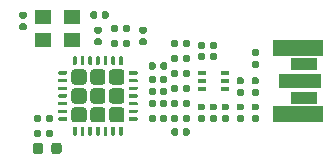
<source format=gbr>
%TF.GenerationSoftware,KiCad,Pcbnew,5.1.9+dfsg1-1~bpo10+1*%
%TF.CreationDate,Date%
%TF.ProjectId,LORA,4c4f5241-2e6b-4696-9361-645f70636258,v1.3*%
%TF.SameCoordinates,Original*%
%TF.FileFunction,Paste,Top*%
%TF.FilePolarity,Positive*%
%FSLAX46Y46*%
G04 Gerber Fmt 4.6, Leading zero omitted, Abs format (unit mm)*
G04 Created by KiCad*
%MOMM*%
%LPD*%
G01*
G04 APERTURE LIST*
%ADD10R,2.200000X1.050000*%
%ADD11R,1.050000X1.000000*%
%ADD12R,0.650000X0.400000*%
%ADD13R,3.600000X1.270000*%
%ADD14R,4.200000X1.350000*%
%ADD15R,1.400000X1.200000*%
G04 APERTURE END LIST*
%TO.C,U1*%
G36*
G01*
X8164999Y-9845000D02*
X8955001Y-9845000D01*
G75*
G02*
X9205000Y-10094999I0J-249999D01*
G01*
X9205000Y-10885001D01*
G75*
G02*
X8955001Y-11135000I-249999J0D01*
G01*
X8164999Y-11135000D01*
G75*
G02*
X7915000Y-10885001I0J249999D01*
G01*
X7915000Y-10094999D01*
G75*
G02*
X8164999Y-9845000I249999J0D01*
G01*
G37*
G36*
G01*
X9764999Y-9845000D02*
X10555001Y-9845000D01*
G75*
G02*
X10805000Y-10094999I0J-249999D01*
G01*
X10805000Y-10885001D01*
G75*
G02*
X10555001Y-11135000I-249999J0D01*
G01*
X9764999Y-11135000D01*
G75*
G02*
X9515000Y-10885001I0J249999D01*
G01*
X9515000Y-10094999D01*
G75*
G02*
X9764999Y-9845000I249999J0D01*
G01*
G37*
G36*
G01*
X11364999Y-9845000D02*
X12155001Y-9845000D01*
G75*
G02*
X12405000Y-10094999I0J-249999D01*
G01*
X12405000Y-10885001D01*
G75*
G02*
X12155001Y-11135000I-249999J0D01*
G01*
X11364999Y-11135000D01*
G75*
G02*
X11115000Y-10885001I0J249999D01*
G01*
X11115000Y-10094999D01*
G75*
G02*
X11364999Y-9845000I249999J0D01*
G01*
G37*
G36*
G01*
X8164999Y-8245000D02*
X8955001Y-8245000D01*
G75*
G02*
X9205000Y-8494999I0J-249999D01*
G01*
X9205000Y-9285001D01*
G75*
G02*
X8955001Y-9535000I-249999J0D01*
G01*
X8164999Y-9535000D01*
G75*
G02*
X7915000Y-9285001I0J249999D01*
G01*
X7915000Y-8494999D01*
G75*
G02*
X8164999Y-8245000I249999J0D01*
G01*
G37*
G36*
G01*
X9764999Y-8245000D02*
X10555001Y-8245000D01*
G75*
G02*
X10805000Y-8494999I0J-249999D01*
G01*
X10805000Y-9285001D01*
G75*
G02*
X10555001Y-9535000I-249999J0D01*
G01*
X9764999Y-9535000D01*
G75*
G02*
X9515000Y-9285001I0J249999D01*
G01*
X9515000Y-8494999D01*
G75*
G02*
X9764999Y-8245000I249999J0D01*
G01*
G37*
G36*
G01*
X11364999Y-8245000D02*
X12155001Y-8245000D01*
G75*
G02*
X12405000Y-8494999I0J-249999D01*
G01*
X12405000Y-9285001D01*
G75*
G02*
X12155001Y-9535000I-249999J0D01*
G01*
X11364999Y-9535000D01*
G75*
G02*
X11115000Y-9285001I0J249999D01*
G01*
X11115000Y-8494999D01*
G75*
G02*
X11364999Y-8245000I249999J0D01*
G01*
G37*
G36*
G01*
X8164999Y-6645000D02*
X8955001Y-6645000D01*
G75*
G02*
X9205000Y-6894999I0J-249999D01*
G01*
X9205000Y-7685001D01*
G75*
G02*
X8955001Y-7935000I-249999J0D01*
G01*
X8164999Y-7935000D01*
G75*
G02*
X7915000Y-7685001I0J249999D01*
G01*
X7915000Y-6894999D01*
G75*
G02*
X8164999Y-6645000I249999J0D01*
G01*
G37*
G36*
G01*
X9764999Y-6645000D02*
X10555001Y-6645000D01*
G75*
G02*
X10805000Y-6894999I0J-249999D01*
G01*
X10805000Y-7685001D01*
G75*
G02*
X10555001Y-7935000I-249999J0D01*
G01*
X9764999Y-7935000D01*
G75*
G02*
X9515000Y-7685001I0J249999D01*
G01*
X9515000Y-6894999D01*
G75*
G02*
X9764999Y-6645000I249999J0D01*
G01*
G37*
G36*
G01*
X11364999Y-6645000D02*
X12155001Y-6645000D01*
G75*
G02*
X12405000Y-6894999I0J-249999D01*
G01*
X12405000Y-7685001D01*
G75*
G02*
X12155001Y-7935000I-249999J0D01*
G01*
X11364999Y-7935000D01*
G75*
G02*
X11115000Y-7685001I0J249999D01*
G01*
X11115000Y-6894999D01*
G75*
G02*
X11364999Y-6645000I249999J0D01*
G01*
G37*
G36*
G01*
X12835000Y-6790000D02*
X13460000Y-6790000D01*
G75*
G02*
X13535000Y-6865000I0J-75000D01*
G01*
X13535000Y-7015000D01*
G75*
G02*
X13460000Y-7090000I-75000J0D01*
G01*
X12835000Y-7090000D01*
G75*
G02*
X12760000Y-7015000I0J75000D01*
G01*
X12760000Y-6865000D01*
G75*
G02*
X12835000Y-6790000I75000J0D01*
G01*
G37*
G36*
G01*
X12835000Y-7440000D02*
X13460000Y-7440000D01*
G75*
G02*
X13535000Y-7515000I0J-75000D01*
G01*
X13535000Y-7665000D01*
G75*
G02*
X13460000Y-7740000I-75000J0D01*
G01*
X12835000Y-7740000D01*
G75*
G02*
X12760000Y-7665000I0J75000D01*
G01*
X12760000Y-7515000D01*
G75*
G02*
X12835000Y-7440000I75000J0D01*
G01*
G37*
G36*
G01*
X12835000Y-8090000D02*
X13460000Y-8090000D01*
G75*
G02*
X13535000Y-8165000I0J-75000D01*
G01*
X13535000Y-8315000D01*
G75*
G02*
X13460000Y-8390000I-75000J0D01*
G01*
X12835000Y-8390000D01*
G75*
G02*
X12760000Y-8315000I0J75000D01*
G01*
X12760000Y-8165000D01*
G75*
G02*
X12835000Y-8090000I75000J0D01*
G01*
G37*
G36*
G01*
X12835000Y-8740000D02*
X13460000Y-8740000D01*
G75*
G02*
X13535000Y-8815000I0J-75000D01*
G01*
X13535000Y-8965000D01*
G75*
G02*
X13460000Y-9040000I-75000J0D01*
G01*
X12835000Y-9040000D01*
G75*
G02*
X12760000Y-8965000I0J75000D01*
G01*
X12760000Y-8815000D01*
G75*
G02*
X12835000Y-8740000I75000J0D01*
G01*
G37*
G36*
G01*
X12835000Y-9390000D02*
X13460000Y-9390000D01*
G75*
G02*
X13535000Y-9465000I0J-75000D01*
G01*
X13535000Y-9615000D01*
G75*
G02*
X13460000Y-9690000I-75000J0D01*
G01*
X12835000Y-9690000D01*
G75*
G02*
X12760000Y-9615000I0J75000D01*
G01*
X12760000Y-9465000D01*
G75*
G02*
X12835000Y-9390000I75000J0D01*
G01*
G37*
G36*
G01*
X12835000Y-10040000D02*
X13460000Y-10040000D01*
G75*
G02*
X13535000Y-10115000I0J-75000D01*
G01*
X13535000Y-10265000D01*
G75*
G02*
X13460000Y-10340000I-75000J0D01*
G01*
X12835000Y-10340000D01*
G75*
G02*
X12760000Y-10265000I0J75000D01*
G01*
X12760000Y-10115000D01*
G75*
G02*
X12835000Y-10040000I75000J0D01*
G01*
G37*
G36*
G01*
X12835000Y-10690000D02*
X13460000Y-10690000D01*
G75*
G02*
X13535000Y-10765000I0J-75000D01*
G01*
X13535000Y-10915000D01*
G75*
G02*
X13460000Y-10990000I-75000J0D01*
G01*
X12835000Y-10990000D01*
G75*
G02*
X12760000Y-10915000I0J75000D01*
G01*
X12760000Y-10765000D01*
G75*
G02*
X12835000Y-10690000I75000J0D01*
G01*
G37*
G36*
G01*
X12035000Y-11490000D02*
X12185000Y-11490000D01*
G75*
G02*
X12260000Y-11565000I0J-75000D01*
G01*
X12260000Y-12190000D01*
G75*
G02*
X12185000Y-12265000I-75000J0D01*
G01*
X12035000Y-12265000D01*
G75*
G02*
X11960000Y-12190000I0J75000D01*
G01*
X11960000Y-11565000D01*
G75*
G02*
X12035000Y-11490000I75000J0D01*
G01*
G37*
G36*
G01*
X11385000Y-11490000D02*
X11535000Y-11490000D01*
G75*
G02*
X11610000Y-11565000I0J-75000D01*
G01*
X11610000Y-12190000D01*
G75*
G02*
X11535000Y-12265000I-75000J0D01*
G01*
X11385000Y-12265000D01*
G75*
G02*
X11310000Y-12190000I0J75000D01*
G01*
X11310000Y-11565000D01*
G75*
G02*
X11385000Y-11490000I75000J0D01*
G01*
G37*
G36*
G01*
X10735000Y-11490000D02*
X10885000Y-11490000D01*
G75*
G02*
X10960000Y-11565000I0J-75000D01*
G01*
X10960000Y-12190000D01*
G75*
G02*
X10885000Y-12265000I-75000J0D01*
G01*
X10735000Y-12265000D01*
G75*
G02*
X10660000Y-12190000I0J75000D01*
G01*
X10660000Y-11565000D01*
G75*
G02*
X10735000Y-11490000I75000J0D01*
G01*
G37*
G36*
G01*
X10085000Y-11490000D02*
X10235000Y-11490000D01*
G75*
G02*
X10310000Y-11565000I0J-75000D01*
G01*
X10310000Y-12190000D01*
G75*
G02*
X10235000Y-12265000I-75000J0D01*
G01*
X10085000Y-12265000D01*
G75*
G02*
X10010000Y-12190000I0J75000D01*
G01*
X10010000Y-11565000D01*
G75*
G02*
X10085000Y-11490000I75000J0D01*
G01*
G37*
G36*
G01*
X9435000Y-11490000D02*
X9585000Y-11490000D01*
G75*
G02*
X9660000Y-11565000I0J-75000D01*
G01*
X9660000Y-12190000D01*
G75*
G02*
X9585000Y-12265000I-75000J0D01*
G01*
X9435000Y-12265000D01*
G75*
G02*
X9360000Y-12190000I0J75000D01*
G01*
X9360000Y-11565000D01*
G75*
G02*
X9435000Y-11490000I75000J0D01*
G01*
G37*
G36*
G01*
X8785000Y-11490000D02*
X8935000Y-11490000D01*
G75*
G02*
X9010000Y-11565000I0J-75000D01*
G01*
X9010000Y-12190000D01*
G75*
G02*
X8935000Y-12265000I-75000J0D01*
G01*
X8785000Y-12265000D01*
G75*
G02*
X8710000Y-12190000I0J75000D01*
G01*
X8710000Y-11565000D01*
G75*
G02*
X8785000Y-11490000I75000J0D01*
G01*
G37*
G36*
G01*
X8135000Y-11490000D02*
X8285000Y-11490000D01*
G75*
G02*
X8360000Y-11565000I0J-75000D01*
G01*
X8360000Y-12190000D01*
G75*
G02*
X8285000Y-12265000I-75000J0D01*
G01*
X8135000Y-12265000D01*
G75*
G02*
X8060000Y-12190000I0J75000D01*
G01*
X8060000Y-11565000D01*
G75*
G02*
X8135000Y-11490000I75000J0D01*
G01*
G37*
G36*
G01*
X6860000Y-10690000D02*
X7485000Y-10690000D01*
G75*
G02*
X7560000Y-10765000I0J-75000D01*
G01*
X7560000Y-10915000D01*
G75*
G02*
X7485000Y-10990000I-75000J0D01*
G01*
X6860000Y-10990000D01*
G75*
G02*
X6785000Y-10915000I0J75000D01*
G01*
X6785000Y-10765000D01*
G75*
G02*
X6860000Y-10690000I75000J0D01*
G01*
G37*
G36*
G01*
X6860000Y-10040000D02*
X7485000Y-10040000D01*
G75*
G02*
X7560000Y-10115000I0J-75000D01*
G01*
X7560000Y-10265000D01*
G75*
G02*
X7485000Y-10340000I-75000J0D01*
G01*
X6860000Y-10340000D01*
G75*
G02*
X6785000Y-10265000I0J75000D01*
G01*
X6785000Y-10115000D01*
G75*
G02*
X6860000Y-10040000I75000J0D01*
G01*
G37*
G36*
G01*
X6860000Y-9390000D02*
X7485000Y-9390000D01*
G75*
G02*
X7560000Y-9465000I0J-75000D01*
G01*
X7560000Y-9615000D01*
G75*
G02*
X7485000Y-9690000I-75000J0D01*
G01*
X6860000Y-9690000D01*
G75*
G02*
X6785000Y-9615000I0J75000D01*
G01*
X6785000Y-9465000D01*
G75*
G02*
X6860000Y-9390000I75000J0D01*
G01*
G37*
G36*
G01*
X6860000Y-8740000D02*
X7485000Y-8740000D01*
G75*
G02*
X7560000Y-8815000I0J-75000D01*
G01*
X7560000Y-8965000D01*
G75*
G02*
X7485000Y-9040000I-75000J0D01*
G01*
X6860000Y-9040000D01*
G75*
G02*
X6785000Y-8965000I0J75000D01*
G01*
X6785000Y-8815000D01*
G75*
G02*
X6860000Y-8740000I75000J0D01*
G01*
G37*
G36*
G01*
X6860000Y-8090000D02*
X7485000Y-8090000D01*
G75*
G02*
X7560000Y-8165000I0J-75000D01*
G01*
X7560000Y-8315000D01*
G75*
G02*
X7485000Y-8390000I-75000J0D01*
G01*
X6860000Y-8390000D01*
G75*
G02*
X6785000Y-8315000I0J75000D01*
G01*
X6785000Y-8165000D01*
G75*
G02*
X6860000Y-8090000I75000J0D01*
G01*
G37*
G36*
G01*
X6860000Y-7440000D02*
X7485000Y-7440000D01*
G75*
G02*
X7560000Y-7515000I0J-75000D01*
G01*
X7560000Y-7665000D01*
G75*
G02*
X7485000Y-7740000I-75000J0D01*
G01*
X6860000Y-7740000D01*
G75*
G02*
X6785000Y-7665000I0J75000D01*
G01*
X6785000Y-7515000D01*
G75*
G02*
X6860000Y-7440000I75000J0D01*
G01*
G37*
G36*
G01*
X6860000Y-6790000D02*
X7485000Y-6790000D01*
G75*
G02*
X7560000Y-6865000I0J-75000D01*
G01*
X7560000Y-7015000D01*
G75*
G02*
X7485000Y-7090000I-75000J0D01*
G01*
X6860000Y-7090000D01*
G75*
G02*
X6785000Y-7015000I0J75000D01*
G01*
X6785000Y-6865000D01*
G75*
G02*
X6860000Y-6790000I75000J0D01*
G01*
G37*
G36*
G01*
X8135000Y-5515000D02*
X8285000Y-5515000D01*
G75*
G02*
X8360000Y-5590000I0J-75000D01*
G01*
X8360000Y-6215000D01*
G75*
G02*
X8285000Y-6290000I-75000J0D01*
G01*
X8135000Y-6290000D01*
G75*
G02*
X8060000Y-6215000I0J75000D01*
G01*
X8060000Y-5590000D01*
G75*
G02*
X8135000Y-5515000I75000J0D01*
G01*
G37*
G36*
G01*
X8785000Y-5515000D02*
X8935000Y-5515000D01*
G75*
G02*
X9010000Y-5590000I0J-75000D01*
G01*
X9010000Y-6215000D01*
G75*
G02*
X8935000Y-6290000I-75000J0D01*
G01*
X8785000Y-6290000D01*
G75*
G02*
X8710000Y-6215000I0J75000D01*
G01*
X8710000Y-5590000D01*
G75*
G02*
X8785000Y-5515000I75000J0D01*
G01*
G37*
G36*
G01*
X9435000Y-5515000D02*
X9585000Y-5515000D01*
G75*
G02*
X9660000Y-5590000I0J-75000D01*
G01*
X9660000Y-6215000D01*
G75*
G02*
X9585000Y-6290000I-75000J0D01*
G01*
X9435000Y-6290000D01*
G75*
G02*
X9360000Y-6215000I0J75000D01*
G01*
X9360000Y-5590000D01*
G75*
G02*
X9435000Y-5515000I75000J0D01*
G01*
G37*
G36*
G01*
X10085000Y-5515000D02*
X10235000Y-5515000D01*
G75*
G02*
X10310000Y-5590000I0J-75000D01*
G01*
X10310000Y-6215000D01*
G75*
G02*
X10235000Y-6290000I-75000J0D01*
G01*
X10085000Y-6290000D01*
G75*
G02*
X10010000Y-6215000I0J75000D01*
G01*
X10010000Y-5590000D01*
G75*
G02*
X10085000Y-5515000I75000J0D01*
G01*
G37*
G36*
G01*
X10735000Y-5515000D02*
X10885000Y-5515000D01*
G75*
G02*
X10960000Y-5590000I0J-75000D01*
G01*
X10960000Y-6215000D01*
G75*
G02*
X10885000Y-6290000I-75000J0D01*
G01*
X10735000Y-6290000D01*
G75*
G02*
X10660000Y-6215000I0J75000D01*
G01*
X10660000Y-5590000D01*
G75*
G02*
X10735000Y-5515000I75000J0D01*
G01*
G37*
G36*
G01*
X11385000Y-5515000D02*
X11535000Y-5515000D01*
G75*
G02*
X11610000Y-5590000I0J-75000D01*
G01*
X11610000Y-6215000D01*
G75*
G02*
X11535000Y-6290000I-75000J0D01*
G01*
X11385000Y-6290000D01*
G75*
G02*
X11310000Y-6215000I0J75000D01*
G01*
X11310000Y-5590000D01*
G75*
G02*
X11385000Y-5515000I75000J0D01*
G01*
G37*
G36*
G01*
X12035000Y-5515000D02*
X12185000Y-5515000D01*
G75*
G02*
X12260000Y-5590000I0J-75000D01*
G01*
X12260000Y-6215000D01*
G75*
G02*
X12185000Y-6290000I-75000J0D01*
G01*
X12035000Y-6290000D01*
G75*
G02*
X11960000Y-6215000I0J75000D01*
G01*
X11960000Y-5590000D01*
G75*
G02*
X12035000Y-5515000I75000J0D01*
G01*
G37*
%TD*%
D10*
%TO.C,J1*%
X27580000Y-6145000D03*
D11*
X26055000Y-7620000D03*
D10*
X27580000Y-9095000D03*
%TD*%
%TO.C,C25*%
G36*
G01*
X15430000Y-8681500D02*
X15430000Y-8336500D01*
G75*
G02*
X15577500Y-8189000I147500J0D01*
G01*
X15872500Y-8189000D01*
G75*
G02*
X16020000Y-8336500I0J-147500D01*
G01*
X16020000Y-8681500D01*
G75*
G02*
X15872500Y-8829000I-147500J0D01*
G01*
X15577500Y-8829000D01*
G75*
G02*
X15430000Y-8681500I0J147500D01*
G01*
G37*
G36*
G01*
X14460000Y-8681500D02*
X14460000Y-8336500D01*
G75*
G02*
X14607500Y-8189000I147500J0D01*
G01*
X14902500Y-8189000D01*
G75*
G02*
X15050000Y-8336500I0J-147500D01*
G01*
X15050000Y-8681500D01*
G75*
G02*
X14902500Y-8829000I-147500J0D01*
G01*
X14607500Y-8829000D01*
G75*
G02*
X14460000Y-8681500I0J147500D01*
G01*
G37*
%TD*%
%TO.C,C24*%
G36*
G01*
X17335000Y-12110500D02*
X17335000Y-11765500D01*
G75*
G02*
X17482500Y-11618000I147500J0D01*
G01*
X17777500Y-11618000D01*
G75*
G02*
X17925000Y-11765500I0J-147500D01*
G01*
X17925000Y-12110500D01*
G75*
G02*
X17777500Y-12258000I-147500J0D01*
G01*
X17482500Y-12258000D01*
G75*
G02*
X17335000Y-12110500I0J147500D01*
G01*
G37*
G36*
G01*
X16365000Y-12110500D02*
X16365000Y-11765500D01*
G75*
G02*
X16512500Y-11618000I147500J0D01*
G01*
X16807500Y-11618000D01*
G75*
G02*
X16955000Y-11765500I0J-147500D01*
G01*
X16955000Y-12110500D01*
G75*
G02*
X16807500Y-12258000I-147500J0D01*
G01*
X16512500Y-12258000D01*
G75*
G02*
X16365000Y-12110500I0J147500D01*
G01*
G37*
%TD*%
%TO.C,C14*%
G36*
G01*
X20111500Y-4890000D02*
X19766500Y-4890000D01*
G75*
G02*
X19619000Y-4742500I0J147500D01*
G01*
X19619000Y-4447500D01*
G75*
G02*
X19766500Y-4300000I147500J0D01*
G01*
X20111500Y-4300000D01*
G75*
G02*
X20259000Y-4447500I0J-147500D01*
G01*
X20259000Y-4742500D01*
G75*
G02*
X20111500Y-4890000I-147500J0D01*
G01*
G37*
G36*
G01*
X20111500Y-5860000D02*
X19766500Y-5860000D01*
G75*
G02*
X19619000Y-5712500I0J147500D01*
G01*
X19619000Y-5417500D01*
G75*
G02*
X19766500Y-5270000I147500J0D01*
G01*
X20111500Y-5270000D01*
G75*
G02*
X20259000Y-5417500I0J-147500D01*
G01*
X20259000Y-5712500D01*
G75*
G02*
X20111500Y-5860000I-147500J0D01*
G01*
G37*
%TD*%
%TO.C,C13*%
G36*
G01*
X22052500Y-10500000D02*
X22397500Y-10500000D01*
G75*
G02*
X22545000Y-10647500I0J-147500D01*
G01*
X22545000Y-10942500D01*
G75*
G02*
X22397500Y-11090000I-147500J0D01*
G01*
X22052500Y-11090000D01*
G75*
G02*
X21905000Y-10942500I0J147500D01*
G01*
X21905000Y-10647500D01*
G75*
G02*
X22052500Y-10500000I147500J0D01*
G01*
G37*
G36*
G01*
X22052500Y-9530000D02*
X22397500Y-9530000D01*
G75*
G02*
X22545000Y-9677500I0J-147500D01*
G01*
X22545000Y-9972500D01*
G75*
G02*
X22397500Y-10120000I-147500J0D01*
G01*
X22052500Y-10120000D01*
G75*
G02*
X21905000Y-9972500I0J147500D01*
G01*
X21905000Y-9677500D01*
G75*
G02*
X22052500Y-9530000I147500J0D01*
G01*
G37*
%TD*%
%TO.C,C12*%
G36*
G01*
X16955000Y-5542500D02*
X16955000Y-5887500D01*
G75*
G02*
X16807500Y-6035000I-147500J0D01*
G01*
X16512500Y-6035000D01*
G75*
G02*
X16365000Y-5887500I0J147500D01*
G01*
X16365000Y-5542500D01*
G75*
G02*
X16512500Y-5395000I147500J0D01*
G01*
X16807500Y-5395000D01*
G75*
G02*
X16955000Y-5542500I0J-147500D01*
G01*
G37*
G36*
G01*
X17925000Y-5542500D02*
X17925000Y-5887500D01*
G75*
G02*
X17777500Y-6035000I-147500J0D01*
G01*
X17482500Y-6035000D01*
G75*
G02*
X17335000Y-5887500I0J147500D01*
G01*
X17335000Y-5542500D01*
G75*
G02*
X17482500Y-5395000I147500J0D01*
G01*
X17777500Y-5395000D01*
G75*
G02*
X17925000Y-5542500I0J-147500D01*
G01*
G37*
%TD*%
%TO.C,C11*%
G36*
G01*
X23667500Y-5525000D02*
X23322500Y-5525000D01*
G75*
G02*
X23175000Y-5377500I0J147500D01*
G01*
X23175000Y-5082500D01*
G75*
G02*
X23322500Y-4935000I147500J0D01*
G01*
X23667500Y-4935000D01*
G75*
G02*
X23815000Y-5082500I0J-147500D01*
G01*
X23815000Y-5377500D01*
G75*
G02*
X23667500Y-5525000I-147500J0D01*
G01*
G37*
G36*
G01*
X23667500Y-6495000D02*
X23322500Y-6495000D01*
G75*
G02*
X23175000Y-6347500I0J147500D01*
G01*
X23175000Y-6052500D01*
G75*
G02*
X23322500Y-5905000I147500J0D01*
G01*
X23667500Y-5905000D01*
G75*
G02*
X23815000Y-6052500I0J-147500D01*
G01*
X23815000Y-6347500D01*
G75*
G02*
X23667500Y-6495000I-147500J0D01*
G01*
G37*
%TD*%
%TO.C,C10*%
G36*
G01*
X23322500Y-10500000D02*
X23667500Y-10500000D01*
G75*
G02*
X23815000Y-10647500I0J-147500D01*
G01*
X23815000Y-10942500D01*
G75*
G02*
X23667500Y-11090000I-147500J0D01*
G01*
X23322500Y-11090000D01*
G75*
G02*
X23175000Y-10942500I0J147500D01*
G01*
X23175000Y-10647500D01*
G75*
G02*
X23322500Y-10500000I147500J0D01*
G01*
G37*
G36*
G01*
X23322500Y-9530000D02*
X23667500Y-9530000D01*
G75*
G02*
X23815000Y-9677500I0J-147500D01*
G01*
X23815000Y-9972500D01*
G75*
G02*
X23667500Y-10120000I-147500J0D01*
G01*
X23322500Y-10120000D01*
G75*
G02*
X23175000Y-9972500I0J147500D01*
G01*
X23175000Y-9677500D01*
G75*
G02*
X23322500Y-9530000I147500J0D01*
G01*
G37*
%TD*%
%TO.C,C9*%
G36*
G01*
X22397500Y-7915000D02*
X22052500Y-7915000D01*
G75*
G02*
X21905000Y-7767500I0J147500D01*
G01*
X21905000Y-7472500D01*
G75*
G02*
X22052500Y-7325000I147500J0D01*
G01*
X22397500Y-7325000D01*
G75*
G02*
X22545000Y-7472500I0J-147500D01*
G01*
X22545000Y-7767500D01*
G75*
G02*
X22397500Y-7915000I-147500J0D01*
G01*
G37*
G36*
G01*
X22397500Y-8885000D02*
X22052500Y-8885000D01*
G75*
G02*
X21905000Y-8737500I0J147500D01*
G01*
X21905000Y-8442500D01*
G75*
G02*
X22052500Y-8295000I147500J0D01*
G01*
X22397500Y-8295000D01*
G75*
G02*
X22545000Y-8442500I0J-147500D01*
G01*
X22545000Y-8737500D01*
G75*
G02*
X22397500Y-8885000I-147500J0D01*
G01*
G37*
%TD*%
%TO.C,C8*%
G36*
G01*
X19095500Y-4890000D02*
X18750500Y-4890000D01*
G75*
G02*
X18603000Y-4742500I0J147500D01*
G01*
X18603000Y-4447500D01*
G75*
G02*
X18750500Y-4300000I147500J0D01*
G01*
X19095500Y-4300000D01*
G75*
G02*
X19243000Y-4447500I0J-147500D01*
G01*
X19243000Y-4742500D01*
G75*
G02*
X19095500Y-4890000I-147500J0D01*
G01*
G37*
G36*
G01*
X19095500Y-5860000D02*
X18750500Y-5860000D01*
G75*
G02*
X18603000Y-5712500I0J147500D01*
G01*
X18603000Y-5417500D01*
G75*
G02*
X18750500Y-5270000I147500J0D01*
G01*
X19095500Y-5270000D01*
G75*
G02*
X19243000Y-5417500I0J-147500D01*
G01*
X19243000Y-5712500D01*
G75*
G02*
X19095500Y-5860000I-147500J0D01*
G01*
G37*
%TD*%
%TO.C,C7*%
G36*
G01*
X18750500Y-10500000D02*
X19095500Y-10500000D01*
G75*
G02*
X19243000Y-10647500I0J-147500D01*
G01*
X19243000Y-10942500D01*
G75*
G02*
X19095500Y-11090000I-147500J0D01*
G01*
X18750500Y-11090000D01*
G75*
G02*
X18603000Y-10942500I0J147500D01*
G01*
X18603000Y-10647500D01*
G75*
G02*
X18750500Y-10500000I147500J0D01*
G01*
G37*
G36*
G01*
X18750500Y-9530000D02*
X19095500Y-9530000D01*
G75*
G02*
X19243000Y-9677500I0J-147500D01*
G01*
X19243000Y-9972500D01*
G75*
G02*
X19095500Y-10120000I-147500J0D01*
G01*
X18750500Y-10120000D01*
G75*
G02*
X18603000Y-9972500I0J147500D01*
G01*
X18603000Y-9677500D01*
G75*
G02*
X18750500Y-9530000I147500J0D01*
G01*
G37*
%TD*%
%TO.C,C6*%
G36*
G01*
X20111500Y-11090000D02*
X19766500Y-11090000D01*
G75*
G02*
X19619000Y-10942500I0J147500D01*
G01*
X19619000Y-10647500D01*
G75*
G02*
X19766500Y-10500000I147500J0D01*
G01*
X20111500Y-10500000D01*
G75*
G02*
X20259000Y-10647500I0J-147500D01*
G01*
X20259000Y-10942500D01*
G75*
G02*
X20111500Y-11090000I-147500J0D01*
G01*
G37*
G36*
G01*
X20111500Y-10120000D02*
X19766500Y-10120000D01*
G75*
G02*
X19619000Y-9972500I0J147500D01*
G01*
X19619000Y-9677500D01*
G75*
G02*
X19766500Y-9530000I147500J0D01*
G01*
X20111500Y-9530000D01*
G75*
G02*
X20259000Y-9677500I0J-147500D01*
G01*
X20259000Y-9972500D01*
G75*
G02*
X20111500Y-10120000I-147500J0D01*
G01*
G37*
%TD*%
%TO.C,C5*%
G36*
G01*
X17335000Y-4617500D02*
X17335000Y-4272500D01*
G75*
G02*
X17482500Y-4125000I147500J0D01*
G01*
X17777500Y-4125000D01*
G75*
G02*
X17925000Y-4272500I0J-147500D01*
G01*
X17925000Y-4617500D01*
G75*
G02*
X17777500Y-4765000I-147500J0D01*
G01*
X17482500Y-4765000D01*
G75*
G02*
X17335000Y-4617500I0J147500D01*
G01*
G37*
G36*
G01*
X16365000Y-4617500D02*
X16365000Y-4272500D01*
G75*
G02*
X16512500Y-4125000I147500J0D01*
G01*
X16807500Y-4125000D01*
G75*
G02*
X16955000Y-4272500I0J-147500D01*
G01*
X16955000Y-4617500D01*
G75*
G02*
X16807500Y-4765000I-147500J0D01*
G01*
X16512500Y-4765000D01*
G75*
G02*
X16365000Y-4617500I0J147500D01*
G01*
G37*
%TD*%
%TO.C,C3*%
G36*
G01*
X16955000Y-9352500D02*
X16955000Y-9697500D01*
G75*
G02*
X16807500Y-9845000I-147500J0D01*
G01*
X16512500Y-9845000D01*
G75*
G02*
X16365000Y-9697500I0J147500D01*
G01*
X16365000Y-9352500D01*
G75*
G02*
X16512500Y-9205000I147500J0D01*
G01*
X16807500Y-9205000D01*
G75*
G02*
X16955000Y-9352500I0J-147500D01*
G01*
G37*
G36*
G01*
X17925000Y-9352500D02*
X17925000Y-9697500D01*
G75*
G02*
X17777500Y-9845000I-147500J0D01*
G01*
X17482500Y-9845000D01*
G75*
G02*
X17335000Y-9697500I0J147500D01*
G01*
X17335000Y-9352500D01*
G75*
G02*
X17482500Y-9205000I147500J0D01*
G01*
X17777500Y-9205000D01*
G75*
G02*
X17925000Y-9352500I0J-147500D01*
G01*
G37*
%TD*%
%TO.C,C2*%
G36*
G01*
X15430000Y-10967500D02*
X15430000Y-10622500D01*
G75*
G02*
X15577500Y-10475000I147500J0D01*
G01*
X15872500Y-10475000D01*
G75*
G02*
X16020000Y-10622500I0J-147500D01*
G01*
X16020000Y-10967500D01*
G75*
G02*
X15872500Y-11115000I-147500J0D01*
G01*
X15577500Y-11115000D01*
G75*
G02*
X15430000Y-10967500I0J147500D01*
G01*
G37*
G36*
G01*
X14460000Y-10967500D02*
X14460000Y-10622500D01*
G75*
G02*
X14607500Y-10475000I147500J0D01*
G01*
X14902500Y-10475000D01*
G75*
G02*
X15050000Y-10622500I0J-147500D01*
G01*
X15050000Y-10967500D01*
G75*
G02*
X14902500Y-11115000I-147500J0D01*
G01*
X14607500Y-11115000D01*
G75*
G02*
X14460000Y-10967500I0J147500D01*
G01*
G37*
%TD*%
D12*
%TO.C,U2*%
X20889000Y-6970000D03*
X20889000Y-8270000D03*
X18989000Y-7620000D03*
X20889000Y-7620000D03*
X18989000Y-8270000D03*
X18989000Y-6970000D03*
%TD*%
%TO.C,R1*%
G36*
G01*
X21127500Y-10120000D02*
X20782500Y-10120000D01*
G75*
G02*
X20635000Y-9972500I0J147500D01*
G01*
X20635000Y-9677500D01*
G75*
G02*
X20782500Y-9530000I147500J0D01*
G01*
X21127500Y-9530000D01*
G75*
G02*
X21275000Y-9677500I0J-147500D01*
G01*
X21275000Y-9972500D01*
G75*
G02*
X21127500Y-10120000I-147500J0D01*
G01*
G37*
G36*
G01*
X21127500Y-11090000D02*
X20782500Y-11090000D01*
G75*
G02*
X20635000Y-10942500I0J147500D01*
G01*
X20635000Y-10647500D01*
G75*
G02*
X20782500Y-10500000I147500J0D01*
G01*
X21127500Y-10500000D01*
G75*
G02*
X21275000Y-10647500I0J-147500D01*
G01*
X21275000Y-10942500D01*
G75*
G02*
X21127500Y-11090000I-147500J0D01*
G01*
G37*
%TD*%
%TO.C,L5*%
G36*
G01*
X23667500Y-7915000D02*
X23322500Y-7915000D01*
G75*
G02*
X23175000Y-7767500I0J147500D01*
G01*
X23175000Y-7472500D01*
G75*
G02*
X23322500Y-7325000I147500J0D01*
G01*
X23667500Y-7325000D01*
G75*
G02*
X23815000Y-7472500I0J-147500D01*
G01*
X23815000Y-7767500D01*
G75*
G02*
X23667500Y-7915000I-147500J0D01*
G01*
G37*
G36*
G01*
X23667500Y-8885000D02*
X23322500Y-8885000D01*
G75*
G02*
X23175000Y-8737500I0J147500D01*
G01*
X23175000Y-8442500D01*
G75*
G02*
X23322500Y-8295000I147500J0D01*
G01*
X23667500Y-8295000D01*
G75*
G02*
X23815000Y-8442500I0J-147500D01*
G01*
X23815000Y-8737500D01*
G75*
G02*
X23667500Y-8885000I-147500J0D01*
G01*
G37*
%TD*%
%TO.C,L4*%
G36*
G01*
X17335000Y-7157500D02*
X17335000Y-6812500D01*
G75*
G02*
X17482500Y-6665000I147500J0D01*
G01*
X17777500Y-6665000D01*
G75*
G02*
X17925000Y-6812500I0J-147500D01*
G01*
X17925000Y-7157500D01*
G75*
G02*
X17777500Y-7305000I-147500J0D01*
G01*
X17482500Y-7305000D01*
G75*
G02*
X17335000Y-7157500I0J147500D01*
G01*
G37*
G36*
G01*
X16365000Y-7157500D02*
X16365000Y-6812500D01*
G75*
G02*
X16512500Y-6665000I147500J0D01*
G01*
X16807500Y-6665000D01*
G75*
G02*
X16955000Y-6812500I0J-147500D01*
G01*
X16955000Y-7157500D01*
G75*
G02*
X16807500Y-7305000I-147500J0D01*
G01*
X16512500Y-7305000D01*
G75*
G02*
X16365000Y-7157500I0J147500D01*
G01*
G37*
%TD*%
%TO.C,L3*%
G36*
G01*
X17335000Y-10967500D02*
X17335000Y-10622500D01*
G75*
G02*
X17482500Y-10475000I147500J0D01*
G01*
X17777500Y-10475000D01*
G75*
G02*
X17925000Y-10622500I0J-147500D01*
G01*
X17925000Y-10967500D01*
G75*
G02*
X17777500Y-11115000I-147500J0D01*
G01*
X17482500Y-11115000D01*
G75*
G02*
X17335000Y-10967500I0J147500D01*
G01*
G37*
G36*
G01*
X16365000Y-10967500D02*
X16365000Y-10622500D01*
G75*
G02*
X16512500Y-10475000I147500J0D01*
G01*
X16807500Y-10475000D01*
G75*
G02*
X16955000Y-10622500I0J-147500D01*
G01*
X16955000Y-10967500D01*
G75*
G02*
X16807500Y-11115000I-147500J0D01*
G01*
X16512500Y-11115000D01*
G75*
G02*
X16365000Y-10967500I0J147500D01*
G01*
G37*
%TD*%
%TO.C,L2*%
G36*
G01*
X16955000Y-8082500D02*
X16955000Y-8427500D01*
G75*
G02*
X16807500Y-8575000I-147500J0D01*
G01*
X16512500Y-8575000D01*
G75*
G02*
X16365000Y-8427500I0J147500D01*
G01*
X16365000Y-8082500D01*
G75*
G02*
X16512500Y-7935000I147500J0D01*
G01*
X16807500Y-7935000D01*
G75*
G02*
X16955000Y-8082500I0J-147500D01*
G01*
G37*
G36*
G01*
X17925000Y-8082500D02*
X17925000Y-8427500D01*
G75*
G02*
X17777500Y-8575000I-147500J0D01*
G01*
X17482500Y-8575000D01*
G75*
G02*
X17335000Y-8427500I0J147500D01*
G01*
X17335000Y-8082500D01*
G75*
G02*
X17482500Y-7935000I147500J0D01*
G01*
X17777500Y-7935000D01*
G75*
G02*
X17925000Y-8082500I0J-147500D01*
G01*
G37*
%TD*%
%TO.C,L1*%
G36*
G01*
X15050000Y-9352500D02*
X15050000Y-9697500D01*
G75*
G02*
X14902500Y-9845000I-147500J0D01*
G01*
X14607500Y-9845000D01*
G75*
G02*
X14460000Y-9697500I0J147500D01*
G01*
X14460000Y-9352500D01*
G75*
G02*
X14607500Y-9205000I147500J0D01*
G01*
X14902500Y-9205000D01*
G75*
G02*
X15050000Y-9352500I0J-147500D01*
G01*
G37*
G36*
G01*
X16020000Y-9352500D02*
X16020000Y-9697500D01*
G75*
G02*
X15872500Y-9845000I-147500J0D01*
G01*
X15577500Y-9845000D01*
G75*
G02*
X15430000Y-9697500I0J147500D01*
G01*
X15430000Y-9352500D01*
G75*
G02*
X15577500Y-9205000I147500J0D01*
G01*
X15872500Y-9205000D01*
G75*
G02*
X16020000Y-9352500I0J-147500D01*
G01*
G37*
%TD*%
D13*
%TO.C,J2*%
X27305000Y-7620000D03*
D14*
X27105000Y-4795000D03*
X27105000Y-10445000D03*
%TD*%
%TO.C,C23*%
G36*
G01*
X5517500Y-13078750D02*
X5517500Y-13591250D01*
G75*
G02*
X5298750Y-13810000I-218750J0D01*
G01*
X4861250Y-13810000D01*
G75*
G02*
X4642500Y-13591250I0J218750D01*
G01*
X4642500Y-13078750D01*
G75*
G02*
X4861250Y-12860000I218750J0D01*
G01*
X5298750Y-12860000D01*
G75*
G02*
X5517500Y-13078750I0J-218750D01*
G01*
G37*
G36*
G01*
X7092500Y-13078750D02*
X7092500Y-13591250D01*
G75*
G02*
X6873750Y-13810000I-218750J0D01*
G01*
X6436250Y-13810000D01*
G75*
G02*
X6217500Y-13591250I0J218750D01*
G01*
X6217500Y-13078750D01*
G75*
G02*
X6436250Y-12860000I218750J0D01*
G01*
X6873750Y-12860000D01*
G75*
G02*
X7092500Y-13078750I0J-218750D01*
G01*
G37*
%TD*%
D15*
%TO.C,Y1*%
X5531000Y-2225000D03*
X7931000Y-2225000D03*
X7931000Y-4125000D03*
X5531000Y-4125000D03*
%TD*%
%TO.C,C22*%
G36*
G01*
X6345000Y-11892500D02*
X6345000Y-12237500D01*
G75*
G02*
X6197500Y-12385000I-147500J0D01*
G01*
X5902500Y-12385000D01*
G75*
G02*
X5755000Y-12237500I0J147500D01*
G01*
X5755000Y-11892500D01*
G75*
G02*
X5902500Y-11745000I147500J0D01*
G01*
X6197500Y-11745000D01*
G75*
G02*
X6345000Y-11892500I0J-147500D01*
G01*
G37*
G36*
G01*
X5375000Y-11892500D02*
X5375000Y-12237500D01*
G75*
G02*
X5227500Y-12385000I-147500J0D01*
G01*
X4932500Y-12385000D01*
G75*
G02*
X4785000Y-12237500I0J147500D01*
G01*
X4785000Y-11892500D01*
G75*
G02*
X4932500Y-11745000I147500J0D01*
G01*
X5227500Y-11745000D01*
G75*
G02*
X5375000Y-11892500I0J-147500D01*
G01*
G37*
%TD*%
%TO.C,C21*%
G36*
G01*
X14142500Y-3620000D02*
X13797500Y-3620000D01*
G75*
G02*
X13650000Y-3472500I0J147500D01*
G01*
X13650000Y-3177500D01*
G75*
G02*
X13797500Y-3030000I147500J0D01*
G01*
X14142500Y-3030000D01*
G75*
G02*
X14290000Y-3177500I0J-147500D01*
G01*
X14290000Y-3472500D01*
G75*
G02*
X14142500Y-3620000I-147500J0D01*
G01*
G37*
G36*
G01*
X14142500Y-4590000D02*
X13797500Y-4590000D01*
G75*
G02*
X13650000Y-4442500I0J147500D01*
G01*
X13650000Y-4147500D01*
G75*
G02*
X13797500Y-4000000I147500J0D01*
G01*
X14142500Y-4000000D01*
G75*
G02*
X14290000Y-4147500I0J-147500D01*
G01*
X14290000Y-4442500D01*
G75*
G02*
X14142500Y-4590000I-147500J0D01*
G01*
G37*
%TD*%
%TO.C,C20*%
G36*
G01*
X10332500Y-3620000D02*
X9987500Y-3620000D01*
G75*
G02*
X9840000Y-3472500I0J147500D01*
G01*
X9840000Y-3177500D01*
G75*
G02*
X9987500Y-3030000I147500J0D01*
G01*
X10332500Y-3030000D01*
G75*
G02*
X10480000Y-3177500I0J-147500D01*
G01*
X10480000Y-3472500D01*
G75*
G02*
X10332500Y-3620000I-147500J0D01*
G01*
G37*
G36*
G01*
X10332500Y-4590000D02*
X9987500Y-4590000D01*
G75*
G02*
X9840000Y-4442500I0J147500D01*
G01*
X9840000Y-4147500D01*
G75*
G02*
X9987500Y-4000000I147500J0D01*
G01*
X10332500Y-4000000D01*
G75*
G02*
X10480000Y-4147500I0J-147500D01*
G01*
X10480000Y-4442500D01*
G75*
G02*
X10332500Y-4590000I-147500J0D01*
G01*
G37*
%TD*%
%TO.C,C19*%
G36*
G01*
X11875000Y-4272500D02*
X11875000Y-4617500D01*
G75*
G02*
X11727500Y-4765000I-147500J0D01*
G01*
X11432500Y-4765000D01*
G75*
G02*
X11285000Y-4617500I0J147500D01*
G01*
X11285000Y-4272500D01*
G75*
G02*
X11432500Y-4125000I147500J0D01*
G01*
X11727500Y-4125000D01*
G75*
G02*
X11875000Y-4272500I0J-147500D01*
G01*
G37*
G36*
G01*
X12845000Y-4272500D02*
X12845000Y-4617500D01*
G75*
G02*
X12697500Y-4765000I-147500J0D01*
G01*
X12402500Y-4765000D01*
G75*
G02*
X12255000Y-4617500I0J147500D01*
G01*
X12255000Y-4272500D01*
G75*
G02*
X12402500Y-4125000I147500J0D01*
G01*
X12697500Y-4125000D01*
G75*
G02*
X12845000Y-4272500I0J-147500D01*
G01*
G37*
%TD*%
%TO.C,C18*%
G36*
G01*
X12255000Y-3347500D02*
X12255000Y-3002500D01*
G75*
G02*
X12402500Y-2855000I147500J0D01*
G01*
X12697500Y-2855000D01*
G75*
G02*
X12845000Y-3002500I0J-147500D01*
G01*
X12845000Y-3347500D01*
G75*
G02*
X12697500Y-3495000I-147500J0D01*
G01*
X12402500Y-3495000D01*
G75*
G02*
X12255000Y-3347500I0J147500D01*
G01*
G37*
G36*
G01*
X11285000Y-3347500D02*
X11285000Y-3002500D01*
G75*
G02*
X11432500Y-2855000I147500J0D01*
G01*
X11727500Y-2855000D01*
G75*
G02*
X11875000Y-3002500I0J-147500D01*
G01*
X11875000Y-3347500D01*
G75*
G02*
X11727500Y-3495000I-147500J0D01*
G01*
X11432500Y-3495000D01*
G75*
G02*
X11285000Y-3347500I0J147500D01*
G01*
G37*
%TD*%
%TO.C,C17*%
G36*
G01*
X5755000Y-10967500D02*
X5755000Y-10622500D01*
G75*
G02*
X5902500Y-10475000I147500J0D01*
G01*
X6197500Y-10475000D01*
G75*
G02*
X6345000Y-10622500I0J-147500D01*
G01*
X6345000Y-10967500D01*
G75*
G02*
X6197500Y-11115000I-147500J0D01*
G01*
X5902500Y-11115000D01*
G75*
G02*
X5755000Y-10967500I0J147500D01*
G01*
G37*
G36*
G01*
X4785000Y-10967500D02*
X4785000Y-10622500D01*
G75*
G02*
X4932500Y-10475000I147500J0D01*
G01*
X5227500Y-10475000D01*
G75*
G02*
X5375000Y-10622500I0J-147500D01*
G01*
X5375000Y-10967500D01*
G75*
G02*
X5227500Y-11115000I-147500J0D01*
G01*
X4932500Y-11115000D01*
G75*
G02*
X4785000Y-10967500I0J147500D01*
G01*
G37*
%TD*%
%TO.C,C16*%
G36*
G01*
X15050000Y-6177500D02*
X15050000Y-6522500D01*
G75*
G02*
X14902500Y-6670000I-147500J0D01*
G01*
X14607500Y-6670000D01*
G75*
G02*
X14460000Y-6522500I0J147500D01*
G01*
X14460000Y-6177500D01*
G75*
G02*
X14607500Y-6030000I147500J0D01*
G01*
X14902500Y-6030000D01*
G75*
G02*
X15050000Y-6177500I0J-147500D01*
G01*
G37*
G36*
G01*
X16020000Y-6177500D02*
X16020000Y-6522500D01*
G75*
G02*
X15872500Y-6670000I-147500J0D01*
G01*
X15577500Y-6670000D01*
G75*
G02*
X15430000Y-6522500I0J147500D01*
G01*
X15430000Y-6177500D01*
G75*
G02*
X15577500Y-6030000I147500J0D01*
G01*
X15872500Y-6030000D01*
G75*
G02*
X16020000Y-6177500I0J-147500D01*
G01*
G37*
%TD*%
%TO.C,C15*%
G36*
G01*
X15430000Y-7665500D02*
X15430000Y-7320500D01*
G75*
G02*
X15577500Y-7173000I147500J0D01*
G01*
X15872500Y-7173000D01*
G75*
G02*
X16020000Y-7320500I0J-147500D01*
G01*
X16020000Y-7665500D01*
G75*
G02*
X15872500Y-7813000I-147500J0D01*
G01*
X15577500Y-7813000D01*
G75*
G02*
X15430000Y-7665500I0J147500D01*
G01*
G37*
G36*
G01*
X14460000Y-7665500D02*
X14460000Y-7320500D01*
G75*
G02*
X14607500Y-7173000I147500J0D01*
G01*
X14902500Y-7173000D01*
G75*
G02*
X15050000Y-7320500I0J-147500D01*
G01*
X15050000Y-7665500D01*
G75*
G02*
X14902500Y-7813000I-147500J0D01*
G01*
X14607500Y-7813000D01*
G75*
G02*
X14460000Y-7665500I0J147500D01*
G01*
G37*
%TD*%
%TO.C,C4*%
G36*
G01*
X10500000Y-2204500D02*
X10500000Y-1859500D01*
G75*
G02*
X10647500Y-1712000I147500J0D01*
G01*
X10942500Y-1712000D01*
G75*
G02*
X11090000Y-1859500I0J-147500D01*
G01*
X11090000Y-2204500D01*
G75*
G02*
X10942500Y-2352000I-147500J0D01*
G01*
X10647500Y-2352000D01*
G75*
G02*
X10500000Y-2204500I0J147500D01*
G01*
G37*
G36*
G01*
X9530000Y-2204500D02*
X9530000Y-1859500D01*
G75*
G02*
X9677500Y-1712000I147500J0D01*
G01*
X9972500Y-1712000D01*
G75*
G02*
X10120000Y-1859500I0J-147500D01*
G01*
X10120000Y-2204500D01*
G75*
G02*
X9972500Y-2352000I-147500J0D01*
G01*
X9677500Y-2352000D01*
G75*
G02*
X9530000Y-2204500I0J147500D01*
G01*
G37*
%TD*%
%TO.C,C1*%
G36*
G01*
X3982500Y-2350000D02*
X3637500Y-2350000D01*
G75*
G02*
X3490000Y-2202500I0J147500D01*
G01*
X3490000Y-1907500D01*
G75*
G02*
X3637500Y-1760000I147500J0D01*
G01*
X3982500Y-1760000D01*
G75*
G02*
X4130000Y-1907500I0J-147500D01*
G01*
X4130000Y-2202500D01*
G75*
G02*
X3982500Y-2350000I-147500J0D01*
G01*
G37*
G36*
G01*
X3982500Y-3320000D02*
X3637500Y-3320000D01*
G75*
G02*
X3490000Y-3172500I0J147500D01*
G01*
X3490000Y-2877500D01*
G75*
G02*
X3637500Y-2730000I147500J0D01*
G01*
X3982500Y-2730000D01*
G75*
G02*
X4130000Y-2877500I0J-147500D01*
G01*
X4130000Y-3172500D01*
G75*
G02*
X3982500Y-3320000I-147500J0D01*
G01*
G37*
%TD*%
M02*

</source>
